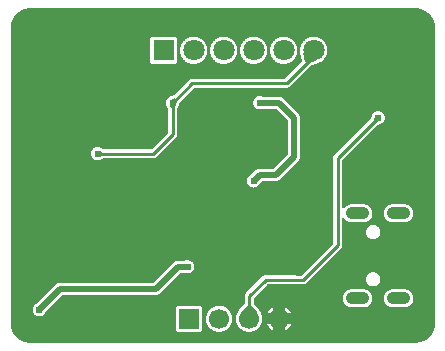
<source format=gbl>
G04 Layer: BottomLayer*
G04 EasyEDA v6.3.53, 2020-06-11T19:48:03+08:00*
G04 f0918c685c5a4818851a522c051890eb,45e1048b23574a55a66a4e5d38cdb7dd,10*
G04 Gerber Generator version 0.2*
G04 Scale: 100 percent, Rotated: No, Reflected: No *
G04 Dimensions in inches *
G04 leading zeros omitted , absolute positions ,2 integer and 4 decimal *
%FSLAX24Y24*%
%MOIN*%
G90*
G70D02*

%ADD10C,0.010000*%
%ADD11C,0.020000*%
%ADD14C,0.024000*%
%ADD23R,0.066929X0.066929*%
%ADD24C,0.066929*%
%ADD25R,0.070866X0.070866*%
%ADD26C,0.070866*%
%ADD27C,0.039370*%

%LPD*%
G36*
G01X13623Y11248D02*
G01X726Y11248D01*
G01X703Y11247D01*
G01X680Y11245D01*
G01X657Y11242D01*
G01X611Y11234D01*
G01X567Y11222D01*
G01X544Y11215D01*
G01X523Y11207D01*
G01X501Y11199D01*
G01X480Y11190D01*
G01X459Y11180D01*
G01X438Y11169D01*
G01X418Y11158D01*
G01X399Y11146D01*
G01X379Y11133D01*
G01X361Y11119D01*
G01X342Y11105D01*
G01X325Y11090D01*
G01X307Y11075D01*
G01X290Y11059D01*
G01X275Y11042D01*
G01X259Y11025D01*
G01X244Y11007D01*
G01X230Y10988D01*
G01X216Y10970D01*
G01X203Y10950D01*
G01X191Y10931D01*
G01X180Y10911D01*
G01X169Y10890D01*
G01X159Y10869D01*
G01X150Y10848D01*
G01X142Y10826D01*
G01X134Y10805D01*
G01X127Y10782D01*
G01X115Y10738D01*
G01X107Y10692D01*
G01X104Y10669D01*
G01X102Y10646D01*
G01X101Y10623D01*
G01X101Y726D01*
G01X102Y703D01*
G01X104Y680D01*
G01X107Y657D01*
G01X115Y611D01*
G01X127Y567D01*
G01X134Y544D01*
G01X142Y523D01*
G01X150Y501D01*
G01X159Y480D01*
G01X169Y459D01*
G01X180Y438D01*
G01X191Y418D01*
G01X203Y399D01*
G01X216Y379D01*
G01X230Y361D01*
G01X244Y342D01*
G01X259Y325D01*
G01X275Y307D01*
G01X290Y290D01*
G01X307Y275D01*
G01X325Y259D01*
G01X342Y244D01*
G01X361Y230D01*
G01X379Y216D01*
G01X399Y203D01*
G01X418Y191D01*
G01X438Y180D01*
G01X459Y169D01*
G01X480Y159D01*
G01X501Y150D01*
G01X523Y142D01*
G01X544Y134D01*
G01X567Y127D01*
G01X611Y115D01*
G01X657Y107D01*
G01X680Y104D01*
G01X703Y102D01*
G01X726Y101D01*
G01X13623Y101D01*
G01X13646Y102D01*
G01X13669Y104D01*
G01X13692Y107D01*
G01X13738Y115D01*
G01X13782Y127D01*
G01X13805Y134D01*
G01X13827Y142D01*
G01X13848Y150D01*
G01X13869Y159D01*
G01X13890Y169D01*
G01X13911Y180D01*
G01X13931Y191D01*
G01X13951Y203D01*
G01X13970Y216D01*
G01X13989Y230D01*
G01X14007Y244D01*
G01X14025Y259D01*
G01X14042Y275D01*
G01X14059Y290D01*
G01X14075Y307D01*
G01X14090Y325D01*
G01X14105Y342D01*
G01X14119Y361D01*
G01X14133Y379D01*
G01X14146Y399D01*
G01X14158Y418D01*
G01X14169Y438D01*
G01X14180Y459D01*
G01X14190Y480D01*
G01X14199Y501D01*
G01X14208Y523D01*
G01X14215Y544D01*
G01X14222Y567D01*
G01X14234Y611D01*
G01X14242Y657D01*
G01X14245Y680D01*
G01X14247Y703D01*
G01X14248Y726D01*
G01X14249Y750D01*
G01X14249Y10600D01*
G01X14247Y10646D01*
G01X14245Y10669D01*
G01X14242Y10692D01*
G01X14234Y10738D01*
G01X14222Y10782D01*
G01X14215Y10805D01*
G01X14208Y10826D01*
G01X14199Y10848D01*
G01X14190Y10869D01*
G01X14180Y10890D01*
G01X14169Y10911D01*
G01X14158Y10931D01*
G01X14146Y10950D01*
G01X14133Y10970D01*
G01X14119Y10988D01*
G01X14105Y11007D01*
G01X14090Y11025D01*
G01X14075Y11042D01*
G01X14059Y11059D01*
G01X14042Y11075D01*
G01X14025Y11090D01*
G01X14007Y11105D01*
G01X13989Y11119D01*
G01X13970Y11133D01*
G01X13951Y11146D01*
G01X13931Y11158D01*
G01X13911Y11169D01*
G01X13890Y11180D01*
G01X13869Y11190D01*
G01X13848Y11199D01*
G01X13827Y11207D01*
G01X13805Y11215D01*
G01X13782Y11222D01*
G01X13738Y11234D01*
G01X13692Y11242D01*
G01X13669Y11245D01*
G01X13646Y11247D01*
G01X13623Y11248D01*
G37*

%LPC*%
G36*
G01X7068Y1335D02*
G01X7031Y1335D01*
G01X7011Y1334D01*
G01X6993Y1332D01*
G01X6974Y1328D01*
G01X6955Y1325D01*
G01X6937Y1320D01*
G01X6918Y1315D01*
G01X6901Y1309D01*
G01X6883Y1302D01*
G01X6865Y1294D01*
G01X6848Y1286D01*
G01X6832Y1277D01*
G01X6815Y1267D01*
G01X6800Y1256D01*
G01X6784Y1245D01*
G01X6769Y1233D01*
G01X6755Y1221D01*
G01X6742Y1207D01*
G01X6728Y1194D01*
G01X6716Y1180D01*
G01X6704Y1165D01*
G01X6693Y1149D01*
G01X6682Y1134D01*
G01X6672Y1117D01*
G01X6663Y1101D01*
G01X6655Y1084D01*
G01X6647Y1066D01*
G01X6640Y1048D01*
G01X6634Y1030D01*
G01X6624Y994D01*
G01X6618Y956D01*
G01X6615Y938D01*
G01X6614Y919D01*
G01X6614Y880D01*
G01X6615Y861D01*
G01X6618Y843D01*
G01X6624Y805D01*
G01X6634Y769D01*
G01X6640Y751D01*
G01X6647Y733D01*
G01X6655Y715D01*
G01X6663Y698D01*
G01X6672Y682D01*
G01X6682Y665D01*
G01X6693Y650D01*
G01X6704Y634D01*
G01X6716Y619D01*
G01X6728Y605D01*
G01X6742Y592D01*
G01X6755Y578D01*
G01X6769Y566D01*
G01X6784Y554D01*
G01X6800Y543D01*
G01X6815Y532D01*
G01X6832Y522D01*
G01X6848Y513D01*
G01X6865Y505D01*
G01X6883Y497D01*
G01X6901Y490D01*
G01X6918Y484D01*
G01X6937Y479D01*
G01X6955Y474D01*
G01X6974Y471D01*
G01X6993Y467D01*
G01X7011Y465D01*
G01X7031Y464D01*
G01X7068Y464D01*
G01X7088Y465D01*
G01X7106Y467D01*
G01X7125Y471D01*
G01X7144Y474D01*
G01X7162Y479D01*
G01X7181Y484D01*
G01X7198Y490D01*
G01X7216Y497D01*
G01X7234Y505D01*
G01X7251Y513D01*
G01X7267Y522D01*
G01X7284Y532D01*
G01X7299Y543D01*
G01X7315Y554D01*
G01X7330Y566D01*
G01X7344Y578D01*
G01X7357Y592D01*
G01X7371Y605D01*
G01X7383Y619D01*
G01X7395Y634D01*
G01X7406Y650D01*
G01X7417Y665D01*
G01X7427Y682D01*
G01X7436Y698D01*
G01X7444Y715D01*
G01X7452Y733D01*
G01X7459Y751D01*
G01X7465Y769D01*
G01X7475Y805D01*
G01X7481Y843D01*
G01X7484Y861D01*
G01X7485Y880D01*
G01X7485Y919D01*
G01X7484Y938D01*
G01X7481Y956D01*
G01X7475Y994D01*
G01X7465Y1030D01*
G01X7459Y1048D01*
G01X7452Y1066D01*
G01X7444Y1084D01*
G01X7436Y1101D01*
G01X7427Y1117D01*
G01X7417Y1134D01*
G01X7406Y1149D01*
G01X7395Y1165D01*
G01X7383Y1180D01*
G01X7371Y1194D01*
G01X7357Y1207D01*
G01X7344Y1221D01*
G01X7330Y1233D01*
G01X7315Y1245D01*
G01X7299Y1256D01*
G01X7284Y1267D01*
G01X7267Y1277D01*
G01X7251Y1286D01*
G01X7234Y1294D01*
G01X7216Y1302D01*
G01X7198Y1309D01*
G01X7181Y1315D01*
G01X7162Y1320D01*
G01X7144Y1325D01*
G01X7125Y1328D01*
G01X7106Y1332D01*
G01X7088Y1334D01*
G01X7068Y1335D01*
G37*
G36*
G01X6393Y1335D02*
G01X5705Y1335D01*
G01X5696Y1334D01*
G01X5678Y1328D01*
G01X5670Y1325D01*
G01X5654Y1315D01*
G01X5647Y1309D01*
G01X5640Y1302D01*
G01X5634Y1295D01*
G01X5629Y1287D01*
G01X5621Y1271D01*
G01X5615Y1253D01*
G01X5614Y1244D01*
G01X5614Y555D01*
G01X5615Y546D01*
G01X5621Y528D01*
G01X5629Y512D01*
G01X5634Y504D01*
G01X5640Y497D01*
G01X5647Y490D01*
G01X5654Y484D01*
G01X5662Y479D01*
G01X5678Y471D01*
G01X5696Y465D01*
G01X5705Y464D01*
G01X6393Y464D01*
G01X6403Y465D01*
G01X6421Y471D01*
G01X6437Y479D01*
G01X6445Y484D01*
G01X6452Y490D01*
G01X6459Y497D01*
G01X6465Y504D01*
G01X6475Y520D01*
G01X6478Y528D01*
G01X6484Y546D01*
G01X6485Y555D01*
G01X6485Y1244D01*
G01X6484Y1253D01*
G01X6478Y1271D01*
G01X6475Y1279D01*
G01X6465Y1295D01*
G01X6459Y1302D01*
G01X6452Y1309D01*
G01X6445Y1315D01*
G01X6429Y1325D01*
G01X6421Y1328D01*
G01X6403Y1334D01*
G01X6393Y1335D01*
G37*
G36*
G01X12376Y7819D02*
G01X12350Y7821D01*
G01X12322Y7819D01*
G01X12309Y7817D01*
G01X12296Y7814D01*
G01X12282Y7810D01*
G01X12269Y7805D01*
G01X12257Y7800D01*
G01X12245Y7794D01*
G01X12233Y7787D01*
G01X12222Y7780D01*
G01X12211Y7771D01*
G01X12201Y7763D01*
G01X12181Y7743D01*
G01X12165Y7721D01*
G01X12158Y7710D01*
G01X12146Y7686D01*
G01X12141Y7673D01*
G01X12137Y7660D01*
G01X12134Y7646D01*
G01X12131Y7633D01*
G01X12129Y7626D01*
G01X12114Y7583D01*
G01X12112Y7578D01*
G01X12109Y7573D01*
G01X12105Y7568D01*
G01X10885Y6348D01*
G01X10877Y6338D01*
G01X10865Y6318D01*
G01X10860Y6307D01*
G01X10856Y6296D01*
G01X10853Y6285D01*
G01X10850Y6273D01*
G01X10849Y6261D01*
G01X10848Y6250D01*
G01X10848Y3422D01*
G01X10847Y3416D01*
G01X10844Y3411D01*
G01X10841Y3405D01*
G01X10837Y3400D01*
G01X9799Y2362D01*
G01X9794Y2358D01*
G01X9789Y2355D01*
G01X9777Y2351D01*
G01X8600Y2351D01*
G01X8576Y2349D01*
G01X8564Y2346D01*
G01X8553Y2343D01*
G01X8542Y2339D01*
G01X8531Y2334D01*
G01X8511Y2322D01*
G01X8493Y2306D01*
G01X7935Y1748D01*
G01X7927Y1738D01*
G01X7915Y1718D01*
G01X7910Y1707D01*
G01X7906Y1696D01*
G01X7903Y1685D01*
G01X7900Y1673D01*
G01X7899Y1661D01*
G01X7898Y1650D01*
G01X7898Y1402D01*
G01X7897Y1396D01*
G01X7895Y1391D01*
G01X7889Y1381D01*
G01X7722Y1187D01*
G01X7710Y1172D01*
G01X7697Y1156D01*
G01X7686Y1140D01*
G01X7676Y1124D01*
G01X7666Y1107D01*
G01X7657Y1089D01*
G01X7649Y1071D01*
G01X7642Y1053D01*
G01X7635Y1034D01*
G01X7630Y1016D01*
G01X7625Y997D01*
G01X7621Y978D01*
G01X7618Y958D01*
G01X7616Y939D01*
G01X7614Y919D01*
G01X7614Y880D01*
G01X7615Y861D01*
G01X7618Y843D01*
G01X7624Y805D01*
G01X7634Y769D01*
G01X7640Y751D01*
G01X7647Y733D01*
G01X7655Y715D01*
G01X7663Y698D01*
G01X7672Y682D01*
G01X7682Y665D01*
G01X7693Y650D01*
G01X7704Y634D01*
G01X7716Y619D01*
G01X7728Y605D01*
G01X7742Y592D01*
G01X7755Y578D01*
G01X7769Y566D01*
G01X7784Y554D01*
G01X7800Y543D01*
G01X7815Y532D01*
G01X7832Y522D01*
G01X7848Y513D01*
G01X7865Y505D01*
G01X7883Y497D01*
G01X7901Y490D01*
G01X7918Y484D01*
G01X7937Y479D01*
G01X7955Y474D01*
G01X7974Y471D01*
G01X7993Y467D01*
G01X8011Y465D01*
G01X8031Y464D01*
G01X8068Y464D01*
G01X8088Y465D01*
G01X8106Y467D01*
G01X8125Y471D01*
G01X8144Y474D01*
G01X8162Y479D01*
G01X8181Y484D01*
G01X8198Y490D01*
G01X8216Y497D01*
G01X8234Y505D01*
G01X8251Y513D01*
G01X8267Y522D01*
G01X8284Y532D01*
G01X8299Y543D01*
G01X8315Y554D01*
G01X8330Y566D01*
G01X8344Y578D01*
G01X8357Y592D01*
G01X8371Y605D01*
G01X8383Y619D01*
G01X8395Y634D01*
G01X8406Y650D01*
G01X8417Y665D01*
G01X8427Y682D01*
G01X8436Y698D01*
G01X8444Y715D01*
G01X8452Y733D01*
G01X8459Y751D01*
G01X8465Y769D01*
G01X8475Y805D01*
G01X8481Y843D01*
G01X8484Y861D01*
G01X8485Y880D01*
G01X8485Y919D01*
G01X8483Y939D01*
G01X8481Y958D01*
G01X8478Y978D01*
G01X8474Y997D01*
G01X8469Y1016D01*
G01X8464Y1034D01*
G01X8457Y1053D01*
G01X8450Y1071D01*
G01X8442Y1089D01*
G01X8433Y1107D01*
G01X8423Y1124D01*
G01X8413Y1140D01*
G01X8402Y1156D01*
G01X8389Y1172D01*
G01X8377Y1187D01*
G01X8210Y1381D01*
G01X8204Y1391D01*
G01X8202Y1396D01*
G01X8201Y1402D01*
G01X8201Y1577D01*
G01X8202Y1583D01*
G01X8205Y1588D01*
G01X8208Y1594D01*
G01X8212Y1599D01*
G01X8650Y2037D01*
G01X8655Y2041D01*
G01X8660Y2044D01*
G01X8672Y2048D01*
G01X9850Y2048D01*
G01X9861Y2049D01*
G01X9873Y2050D01*
G01X9885Y2053D01*
G01X9896Y2056D01*
G01X9907Y2060D01*
G01X9918Y2065D01*
G01X9938Y2077D01*
G01X9956Y2093D01*
G01X11114Y3251D01*
G01X11122Y3261D01*
G01X11134Y3281D01*
G01X11139Y3292D01*
G01X11143Y3303D01*
G01X11146Y3314D01*
G01X11149Y3326D01*
G01X11151Y3350D01*
G01X11151Y4232D01*
G01X11152Y4238D01*
G01X11154Y4243D01*
G01X11160Y4253D01*
G01X11164Y4257D01*
G01X11174Y4263D01*
G01X11179Y4265D01*
G01X11185Y4266D01*
G01X11190Y4267D01*
G01X11197Y4266D01*
G01X11203Y4265D01*
G01X11215Y4259D01*
G01X11223Y4249D01*
G01X11243Y4223D01*
G01X11254Y4211D01*
G01X11265Y4200D01*
G01X11277Y4189D01*
G01X11290Y4179D01*
G01X11303Y4170D01*
G01X11317Y4161D01*
G01X11331Y4153D01*
G01X11345Y4146D01*
G01X11375Y4134D01*
G01X11390Y4130D01*
G01X11406Y4126D01*
G01X11438Y4120D01*
G01X11454Y4119D01*
G01X11879Y4119D01*
G01X11894Y4120D01*
G01X11910Y4122D01*
G01X11925Y4125D01*
G01X11955Y4133D01*
G01X11970Y4138D01*
G01X11984Y4144D01*
G01X11998Y4151D01*
G01X12012Y4159D01*
G01X12025Y4167D01*
G01X12051Y4185D01*
G01X12062Y4195D01*
G01X12074Y4206D01*
G01X12085Y4217D01*
G01X12094Y4229D01*
G01X12104Y4242D01*
G01X12113Y4254D01*
G01X12121Y4267D01*
G01X12135Y4295D01*
G01X12141Y4310D01*
G01X12151Y4340D01*
G01X12155Y4355D01*
G01X12159Y4385D01*
G01X12161Y4417D01*
G01X12160Y4432D01*
G01X12159Y4448D01*
G01X12155Y4478D01*
G01X12151Y4494D01*
G01X12146Y4509D01*
G01X12141Y4523D01*
G01X12135Y4538D01*
G01X12128Y4552D01*
G01X12121Y4565D01*
G01X12113Y4579D01*
G01X12104Y4592D01*
G01X12094Y4604D01*
G01X12085Y4616D01*
G01X12074Y4627D01*
G01X12062Y4638D01*
G01X12051Y4648D01*
G01X12012Y4675D01*
G01X11998Y4682D01*
G01X11970Y4694D01*
G01X11955Y4700D01*
G01X11925Y4708D01*
G01X11910Y4711D01*
G01X11894Y4713D01*
G01X11879Y4714D01*
G01X11454Y4714D01*
G01X11438Y4713D01*
G01X11422Y4711D01*
G01X11390Y4703D01*
G01X11375Y4699D01*
G01X11345Y4687D01*
G01X11331Y4680D01*
G01X11317Y4672D01*
G01X11303Y4663D01*
G01X11290Y4654D01*
G01X11277Y4644D01*
G01X11265Y4633D01*
G01X11243Y4609D01*
G01X11233Y4597D01*
G01X11223Y4584D01*
G01X11219Y4579D01*
G01X11215Y4575D01*
G01X11209Y4571D01*
G01X11197Y4567D01*
G01X11185Y4567D01*
G01X11179Y4568D01*
G01X11174Y4570D01*
G01X11164Y4576D01*
G01X11160Y4580D01*
G01X11154Y4590D01*
G01X11152Y4595D01*
G01X11151Y4601D01*
G01X11151Y6177D01*
G01X11152Y6183D01*
G01X11155Y6188D01*
G01X11158Y6194D01*
G01X11162Y6199D01*
G01X12318Y7355D01*
G01X12323Y7359D01*
G01X12328Y7362D01*
G01X12333Y7364D01*
G01X12376Y7379D01*
G01X12383Y7381D01*
G01X12397Y7384D01*
G01X12410Y7387D01*
G01X12423Y7391D01*
G01X12435Y7396D01*
G01X12448Y7401D01*
G01X12460Y7408D01*
G01X12471Y7415D01*
G01X12482Y7423D01*
G01X12493Y7432D01*
G01X12503Y7441D01*
G01X12513Y7451D01*
G01X12522Y7461D01*
G01X12530Y7472D01*
G01X12537Y7483D01*
G01X12544Y7495D01*
G01X12556Y7519D01*
G01X12560Y7532D01*
G01X12564Y7546D01*
G01X12567Y7559D01*
G01X12569Y7572D01*
G01X12571Y7600D01*
G01X12569Y7626D01*
G01X12567Y7639D01*
G01X12564Y7652D01*
G01X12556Y7678D01*
G01X12551Y7690D01*
G01X12539Y7714D01*
G01X12523Y7736D01*
G01X12515Y7746D01*
G01X12506Y7756D01*
G01X12496Y7765D01*
G01X12486Y7773D01*
G01X12464Y7789D01*
G01X12440Y7801D01*
G01X12428Y7806D01*
G01X12415Y7811D01*
G01X12389Y7817D01*
G01X12376Y7819D01*
G37*
G36*
G01X9440Y707D02*
G01X9242Y707D01*
G01X9242Y509D01*
G01X9259Y517D01*
G01X9291Y537D01*
G01X9307Y548D01*
G01X9337Y572D01*
G01X9351Y585D01*
G01X9364Y598D01*
G01X9377Y612D01*
G01X9401Y642D01*
G01X9412Y658D01*
G01X9432Y690D01*
G01X9440Y707D01*
G37*
G36*
G01X8857Y707D02*
G01X8659Y707D01*
G01X8667Y690D01*
G01X8687Y658D01*
G01X8698Y642D01*
G01X8722Y612D01*
G01X8735Y598D01*
G01X8748Y585D01*
G01X8762Y572D01*
G01X8792Y548D01*
G01X8808Y537D01*
G01X8840Y517D01*
G01X8857Y509D01*
G01X8857Y707D01*
G37*
G36*
G01X6026Y2849D02*
G01X6000Y2851D01*
G01X5985Y2850D01*
G01X5971Y2848D01*
G01X5956Y2846D01*
G01X5942Y2843D01*
G01X5928Y2839D01*
G01X5915Y2834D01*
G01X5907Y2831D01*
G01X5899Y2830D01*
G01X5666Y2830D01*
G01X5653Y2829D01*
G01X5640Y2827D01*
G01X5628Y2824D01*
G01X5615Y2820D01*
G01X5591Y2810D01*
G01X5579Y2803D01*
G01X5568Y2797D01*
G01X5557Y2789D01*
G01X5547Y2781D01*
G01X5537Y2772D01*
G01X4878Y2112D01*
G01X4873Y2108D01*
G01X4868Y2105D01*
G01X4856Y2101D01*
G01X1756Y2101D01*
G01X1730Y2099D01*
G01X1717Y2097D01*
G01X1704Y2094D01*
G01X1691Y2090D01*
G01X1667Y2080D01*
G01X1655Y2073D01*
G01X1644Y2067D01*
G01X1634Y2059D01*
G01X1623Y2051D01*
G01X1614Y2042D01*
G01X984Y1413D01*
G01X978Y1407D01*
G01X971Y1404D01*
G01X947Y1392D01*
G01X935Y1385D01*
G01X924Y1377D01*
G01X913Y1368D01*
G01X903Y1359D01*
G01X893Y1349D01*
G01X884Y1339D01*
G01X876Y1328D01*
G01X869Y1317D01*
G01X861Y1305D01*
G01X855Y1292D01*
G01X850Y1280D01*
G01X845Y1267D01*
G01X842Y1254D01*
G01X839Y1240D01*
G01X836Y1227D01*
G01X835Y1213D01*
G01X835Y1186D01*
G01X836Y1173D01*
G01X838Y1160D01*
G01X841Y1147D01*
G01X849Y1121D01*
G01X854Y1109D01*
G01X860Y1097D01*
G01X867Y1085D01*
G01X874Y1074D01*
G01X882Y1063D01*
G01X890Y1053D01*
G01X909Y1034D01*
G01X919Y1026D01*
G01X930Y1018D01*
G01X942Y1010D01*
G01X953Y1004D01*
G01X965Y998D01*
G01X978Y993D01*
G01X990Y988D01*
G01X1016Y982D01*
G01X1029Y980D01*
G01X1042Y979D01*
G01X1056Y978D01*
G01X1069Y979D01*
G01X1083Y980D01*
G01X1097Y982D01*
G01X1110Y985D01*
G01X1123Y989D01*
G01X1149Y999D01*
G01X1161Y1005D01*
G01X1173Y1012D01*
G01X1195Y1028D01*
G01X1206Y1037D01*
G01X1215Y1047D01*
G01X1225Y1057D01*
G01X1233Y1067D01*
G01X1241Y1079D01*
G01X1248Y1090D01*
G01X1255Y1103D01*
G01X1260Y1115D01*
G01X1264Y1122D01*
G01X1269Y1128D01*
G01X1827Y1687D01*
G01X1832Y1691D01*
G01X1838Y1694D01*
G01X1843Y1696D01*
G01X1849Y1698D01*
G01X4950Y1698D01*
G01X4976Y1700D01*
G01X4989Y1702D01*
G01X5001Y1705D01*
G01X5014Y1709D01*
G01X5038Y1719D01*
G01X5050Y1726D01*
G01X5061Y1732D01*
G01X5072Y1740D01*
G01X5082Y1748D01*
G01X5092Y1757D01*
G01X5751Y2417D01*
G01X5756Y2421D01*
G01X5761Y2424D01*
G01X5773Y2428D01*
G01X5907Y2428D01*
G01X5915Y2426D01*
G01X5928Y2420D01*
G01X5942Y2416D01*
G01X5956Y2413D01*
G01X5971Y2411D01*
G01X5985Y2409D01*
G01X6013Y2409D01*
G01X6026Y2410D01*
G01X6039Y2412D01*
G01X6052Y2415D01*
G01X6078Y2423D01*
G01X6090Y2428D01*
G01X6114Y2440D01*
G01X6125Y2448D01*
G01X6136Y2455D01*
G01X6156Y2473D01*
G01X6165Y2483D01*
G01X6173Y2493D01*
G01X6189Y2515D01*
G01X6201Y2539D01*
G01X6206Y2551D01*
G01X6214Y2577D01*
G01X6217Y2590D01*
G01X6219Y2603D01*
G01X6220Y2616D01*
G01X6221Y2630D01*
G01X6219Y2656D01*
G01X6217Y2669D01*
G01X6214Y2682D01*
G01X6206Y2708D01*
G01X6201Y2720D01*
G01X6189Y2744D01*
G01X6173Y2766D01*
G01X6165Y2776D01*
G01X6156Y2786D01*
G01X6146Y2795D01*
G01X6136Y2803D01*
G01X6114Y2819D01*
G01X6090Y2831D01*
G01X6078Y2836D01*
G01X6052Y2844D01*
G01X6039Y2847D01*
G01X6026Y2849D01*
G37*
G36*
G01X9259Y1282D02*
G01X9242Y1290D01*
G01X9242Y1092D01*
G01X9440Y1092D01*
G01X9432Y1109D01*
G01X9412Y1141D01*
G01X9401Y1157D01*
G01X9377Y1187D01*
G01X9364Y1201D01*
G01X9351Y1214D01*
G01X9337Y1227D01*
G01X9307Y1251D01*
G01X9291Y1262D01*
G01X9259Y1282D01*
G37*
G36*
G01X8857Y1092D02*
G01X8857Y1290D01*
G01X8840Y1282D01*
G01X8808Y1262D01*
G01X8792Y1251D01*
G01X8762Y1227D01*
G01X8748Y1214D01*
G01X8735Y1201D01*
G01X8722Y1187D01*
G01X8698Y1157D01*
G01X8687Y1141D01*
G01X8667Y1109D01*
G01X8659Y1092D01*
G01X8857Y1092D01*
G37*
G36*
G01X13244Y1880D02*
G01X12820Y1880D01*
G01X12805Y1878D01*
G01X12789Y1876D01*
G01X12759Y1870D01*
G01X12729Y1860D01*
G01X12714Y1854D01*
G01X12701Y1848D01*
G01X12673Y1832D01*
G01X12660Y1823D01*
G01X12648Y1814D01*
G01X12636Y1803D01*
G01X12625Y1793D01*
G01X12614Y1782D01*
G01X12604Y1769D01*
G01X12595Y1757D01*
G01X12586Y1744D01*
G01X12578Y1731D01*
G01X12570Y1717D01*
G01X12564Y1703D01*
G01X12557Y1689D01*
G01X12552Y1674D01*
G01X12544Y1644D01*
G01X12542Y1629D01*
G01X12539Y1613D01*
G01X12538Y1598D01*
G01X12538Y1567D01*
G01X12539Y1551D01*
G01X12542Y1536D01*
G01X12544Y1520D01*
G01X12552Y1490D01*
G01X12557Y1476D01*
G01X12564Y1461D01*
G01X12570Y1447D01*
G01X12578Y1433D01*
G01X12586Y1420D01*
G01X12595Y1407D01*
G01X12604Y1395D01*
G01X12614Y1383D01*
G01X12625Y1371D01*
G01X12636Y1361D01*
G01X12660Y1341D01*
G01X12673Y1332D01*
G01X12687Y1324D01*
G01X12701Y1317D01*
G01X12714Y1310D01*
G01X12729Y1304D01*
G01X12759Y1294D01*
G01X12789Y1288D01*
G01X12805Y1286D01*
G01X12820Y1285D01*
G01X12836Y1284D01*
G01X13229Y1284D01*
G01X13244Y1285D01*
G01X13260Y1286D01*
G01X13276Y1288D01*
G01X13306Y1294D01*
G01X13321Y1299D01*
G01X13335Y1304D01*
G01X13350Y1310D01*
G01X13378Y1324D01*
G01X13391Y1332D01*
G01X13404Y1341D01*
G01X13428Y1361D01*
G01X13439Y1371D01*
G01X13450Y1383D01*
G01X13470Y1407D01*
G01X13479Y1420D01*
G01X13487Y1433D01*
G01X13501Y1461D01*
G01X13507Y1476D01*
G01X13512Y1490D01*
G01X13517Y1505D01*
G01X13520Y1520D01*
G01X13523Y1536D01*
G01X13525Y1551D01*
G01X13526Y1567D01*
G01X13527Y1582D01*
G01X13526Y1598D01*
G01X13525Y1613D01*
G01X13523Y1629D01*
G01X13517Y1659D01*
G01X13507Y1689D01*
G01X13501Y1703D01*
G01X13487Y1731D01*
G01X13479Y1744D01*
G01X13470Y1757D01*
G01X13460Y1769D01*
G01X13450Y1782D01*
G01X13439Y1793D01*
G01X13428Y1803D01*
G01X13416Y1814D01*
G01X13404Y1823D01*
G01X13391Y1832D01*
G01X13378Y1840D01*
G01X13364Y1848D01*
G01X13350Y1854D01*
G01X13335Y1860D01*
G01X13321Y1865D01*
G01X13306Y1870D01*
G01X13276Y1876D01*
G01X13244Y1880D01*
G37*
G36*
G01X11879Y1880D02*
G01X11454Y1880D01*
G01X11439Y1879D01*
G01X11423Y1877D01*
G01X11408Y1874D01*
G01X11378Y1866D01*
G01X11363Y1861D01*
G01X11349Y1855D01*
G01X11335Y1848D01*
G01X11321Y1840D01*
G01X11308Y1832D01*
G01X11282Y1814D01*
G01X11271Y1804D01*
G01X11259Y1793D01*
G01X11248Y1782D01*
G01X11239Y1770D01*
G01X11229Y1757D01*
G01X11220Y1745D01*
G01X11212Y1732D01*
G01X11198Y1704D01*
G01X11192Y1689D01*
G01X11187Y1675D01*
G01X11182Y1659D01*
G01X11178Y1644D01*
G01X11174Y1614D01*
G01X11172Y1598D01*
G01X11172Y1567D01*
G01X11174Y1551D01*
G01X11178Y1521D01*
G01X11182Y1505D01*
G01X11187Y1490D01*
G01X11192Y1476D01*
G01X11198Y1461D01*
G01X11205Y1447D01*
G01X11212Y1434D01*
G01X11220Y1420D01*
G01X11229Y1407D01*
G01X11239Y1395D01*
G01X11248Y1383D01*
G01X11259Y1372D01*
G01X11271Y1361D01*
G01X11282Y1351D01*
G01X11308Y1333D01*
G01X11321Y1325D01*
G01X11335Y1317D01*
G01X11363Y1305D01*
G01X11378Y1299D01*
G01X11408Y1291D01*
G01X11423Y1288D01*
G01X11439Y1286D01*
G01X11454Y1285D01*
G01X11879Y1285D01*
G01X11894Y1286D01*
G01X11910Y1288D01*
G01X11925Y1291D01*
G01X11955Y1299D01*
G01X11970Y1305D01*
G01X11998Y1317D01*
G01X12012Y1325D01*
G01X12025Y1333D01*
G01X12051Y1351D01*
G01X12062Y1361D01*
G01X12074Y1372D01*
G01X12085Y1383D01*
G01X12094Y1395D01*
G01X12104Y1407D01*
G01X12113Y1420D01*
G01X12121Y1434D01*
G01X12128Y1447D01*
G01X12135Y1461D01*
G01X12141Y1476D01*
G01X12146Y1490D01*
G01X12151Y1505D01*
G01X12155Y1521D01*
G01X12159Y1551D01*
G01X12160Y1567D01*
G01X12161Y1582D01*
G01X12159Y1614D01*
G01X12155Y1644D01*
G01X12151Y1659D01*
G01X12146Y1675D01*
G01X12141Y1689D01*
G01X12135Y1704D01*
G01X12121Y1732D01*
G01X12113Y1745D01*
G01X12104Y1757D01*
G01X12094Y1770D01*
G01X12085Y1782D01*
G01X12074Y1793D01*
G01X12062Y1804D01*
G01X12051Y1814D01*
G01X12025Y1832D01*
G01X12012Y1840D01*
G01X11998Y1848D01*
G01X11984Y1855D01*
G01X11970Y1861D01*
G01X11955Y1866D01*
G01X11925Y1874D01*
G01X11910Y1877D01*
G01X11894Y1879D01*
G01X11879Y1880D01*
G37*
G36*
G01X12200Y2451D02*
G01X12172Y2451D01*
G01X12158Y2449D01*
G01X12145Y2447D01*
G01X12131Y2444D01*
G01X12118Y2441D01*
G01X12079Y2426D01*
G01X12055Y2412D01*
G01X12043Y2404D01*
G01X12033Y2395D01*
G01X12022Y2386D01*
G01X12013Y2376D01*
G01X12003Y2365D01*
G01X11994Y2355D01*
G01X11986Y2343D01*
G01X11979Y2332D01*
G01X11973Y2319D01*
G01X11967Y2307D01*
G01X11962Y2294D01*
G01X11957Y2280D01*
G01X11954Y2267D01*
G01X11951Y2253D01*
G01X11949Y2240D01*
G01X11947Y2212D01*
G01X11949Y2184D01*
G01X11951Y2171D01*
G01X11954Y2157D01*
G01X11957Y2144D01*
G01X11962Y2130D01*
G01X11967Y2117D01*
G01X11979Y2093D01*
G01X11986Y2081D01*
G01X11994Y2069D01*
G01X12003Y2059D01*
G01X12013Y2048D01*
G01X12022Y2038D01*
G01X12033Y2029D01*
G01X12043Y2021D01*
G01X12067Y2005D01*
G01X12079Y1999D01*
G01X12092Y1993D01*
G01X12118Y1983D01*
G01X12131Y1980D01*
G01X12145Y1977D01*
G01X12158Y1975D01*
G01X12186Y1973D01*
G01X12214Y1975D01*
G01X12227Y1977D01*
G01X12255Y1983D01*
G01X12281Y1993D01*
G01X12293Y1999D01*
G01X12306Y2005D01*
G01X12317Y2013D01*
G01X12329Y2021D01*
G01X12339Y2029D01*
G01X12350Y2038D01*
G01X12360Y2048D01*
G01X12369Y2059D01*
G01X12378Y2069D01*
G01X12386Y2081D01*
G01X12400Y2105D01*
G01X12405Y2117D01*
G01X12410Y2130D01*
G01X12415Y2144D01*
G01X12418Y2157D01*
G01X12421Y2171D01*
G01X12423Y2184D01*
G01X12425Y2198D01*
G01X12425Y2226D01*
G01X12423Y2240D01*
G01X12421Y2253D01*
G01X12418Y2267D01*
G01X12415Y2280D01*
G01X12410Y2294D01*
G01X12405Y2307D01*
G01X12400Y2319D01*
G01X12393Y2332D01*
G01X12386Y2343D01*
G01X12378Y2355D01*
G01X12369Y2365D01*
G01X12360Y2376D01*
G01X12350Y2386D01*
G01X12339Y2395D01*
G01X12329Y2404D01*
G01X12317Y2412D01*
G01X12306Y2419D01*
G01X12293Y2426D01*
G01X12281Y2431D01*
G01X12255Y2441D01*
G01X12227Y2447D01*
G01X12214Y2449D01*
G01X12200Y2451D01*
G37*
G36*
G01X12214Y4024D02*
G01X12186Y4026D01*
G01X12158Y4024D01*
G01X12145Y4022D01*
G01X12131Y4019D01*
G01X12118Y4016D01*
G01X12092Y4006D01*
G01X12079Y4000D01*
G01X12067Y3994D01*
G01X12043Y3978D01*
G01X12033Y3970D01*
G01X12022Y3961D01*
G01X12013Y3951D01*
G01X12003Y3940D01*
G01X11994Y3930D01*
G01X11986Y3918D01*
G01X11979Y3906D01*
G01X11967Y3882D01*
G01X11962Y3869D01*
G01X11957Y3855D01*
G01X11954Y3842D01*
G01X11951Y3828D01*
G01X11949Y3815D01*
G01X11947Y3787D01*
G01X11949Y3759D01*
G01X11951Y3746D01*
G01X11954Y3732D01*
G01X11957Y3719D01*
G01X11962Y3705D01*
G01X11967Y3692D01*
G01X11973Y3680D01*
G01X11979Y3667D01*
G01X11986Y3656D01*
G01X11994Y3644D01*
G01X12003Y3634D01*
G01X12013Y3623D01*
G01X12022Y3613D01*
G01X12033Y3604D01*
G01X12043Y3595D01*
G01X12055Y3587D01*
G01X12079Y3573D01*
G01X12118Y3558D01*
G01X12131Y3555D01*
G01X12145Y3552D01*
G01X12158Y3550D01*
G01X12172Y3548D01*
G01X12200Y3548D01*
G01X12214Y3550D01*
G01X12227Y3552D01*
G01X12255Y3558D01*
G01X12281Y3568D01*
G01X12293Y3573D01*
G01X12306Y3580D01*
G01X12317Y3587D01*
G01X12329Y3595D01*
G01X12339Y3604D01*
G01X12350Y3613D01*
G01X12360Y3623D01*
G01X12369Y3634D01*
G01X12378Y3644D01*
G01X12386Y3656D01*
G01X12393Y3667D01*
G01X12400Y3680D01*
G01X12405Y3692D01*
G01X12410Y3705D01*
G01X12415Y3719D01*
G01X12418Y3732D01*
G01X12421Y3746D01*
G01X12423Y3759D01*
G01X12425Y3773D01*
G01X12425Y3801D01*
G01X12423Y3815D01*
G01X12421Y3828D01*
G01X12418Y3842D01*
G01X12415Y3855D01*
G01X12410Y3869D01*
G01X12405Y3882D01*
G01X12400Y3894D01*
G01X12386Y3918D01*
G01X12378Y3930D01*
G01X12369Y3940D01*
G01X12360Y3951D01*
G01X12350Y3961D01*
G01X12339Y3970D01*
G01X12329Y3978D01*
G01X12317Y3986D01*
G01X12306Y3994D01*
G01X12293Y4000D01*
G01X12281Y4006D01*
G01X12255Y4016D01*
G01X12227Y4022D01*
G01X12214Y4024D01*
G37*
G36*
G01X13229Y4715D02*
G01X12836Y4715D01*
G01X12821Y4714D01*
G01X12805Y4713D01*
G01X12790Y4711D01*
G01X12774Y4708D01*
G01X12759Y4705D01*
G01X12744Y4700D01*
G01X12730Y4695D01*
G01X12715Y4689D01*
G01X12687Y4675D01*
G01X12674Y4667D01*
G01X12661Y4658D01*
G01X12637Y4638D01*
G01X12626Y4628D01*
G01X12615Y4616D01*
G01X12595Y4592D01*
G01X12586Y4579D01*
G01X12578Y4566D01*
G01X12564Y4538D01*
G01X12558Y4523D01*
G01X12553Y4509D01*
G01X12548Y4494D01*
G01X12545Y4479D01*
G01X12542Y4463D01*
G01X12540Y4448D01*
G01X12539Y4432D01*
G01X12538Y4417D01*
G01X12539Y4401D01*
G01X12540Y4386D01*
G01X12542Y4370D01*
G01X12548Y4340D01*
G01X12558Y4310D01*
G01X12564Y4296D01*
G01X12578Y4268D01*
G01X12586Y4255D01*
G01X12595Y4242D01*
G01X12605Y4229D01*
G01X12615Y4217D01*
G01X12626Y4206D01*
G01X12637Y4196D01*
G01X12649Y4185D01*
G01X12661Y4176D01*
G01X12674Y4167D01*
G01X12687Y4159D01*
G01X12701Y4151D01*
G01X12715Y4145D01*
G01X12730Y4139D01*
G01X12744Y4134D01*
G01X12759Y4129D01*
G01X12774Y4126D01*
G01X12790Y4123D01*
G01X12805Y4121D01*
G01X12821Y4119D01*
G01X13245Y4119D01*
G01X13260Y4121D01*
G01X13276Y4123D01*
G01X13306Y4129D01*
G01X13322Y4134D01*
G01X13336Y4139D01*
G01X13351Y4145D01*
G01X13365Y4151D01*
G01X13378Y4159D01*
G01X13392Y4167D01*
G01X13405Y4176D01*
G01X13417Y4185D01*
G01X13429Y4196D01*
G01X13440Y4206D01*
G01X13451Y4217D01*
G01X13461Y4229D01*
G01X13479Y4255D01*
G01X13487Y4268D01*
G01X13495Y4282D01*
G01X13502Y4296D01*
G01X13507Y4310D01*
G01X13513Y4325D01*
G01X13521Y4355D01*
G01X13523Y4370D01*
G01X13526Y4386D01*
G01X13527Y4401D01*
G01X13527Y4432D01*
G01X13526Y4448D01*
G01X13523Y4463D01*
G01X13521Y4479D01*
G01X13513Y4509D01*
G01X13507Y4523D01*
G01X13502Y4538D01*
G01X13495Y4552D01*
G01X13487Y4566D01*
G01X13479Y4579D01*
G01X13470Y4592D01*
G01X13461Y4604D01*
G01X13451Y4616D01*
G01X13440Y4628D01*
G01X13429Y4638D01*
G01X13405Y4658D01*
G01X13392Y4667D01*
G01X13378Y4675D01*
G01X13365Y4682D01*
G01X13351Y4689D01*
G01X13336Y4695D01*
G01X13322Y4700D01*
G01X13306Y4705D01*
G01X13276Y4711D01*
G01X13260Y4713D01*
G01X13245Y4714D01*
G01X13229Y4715D01*
G37*
G36*
G01X8421Y8320D02*
G01X8406Y8321D01*
G01X8380Y8319D01*
G01X8366Y8317D01*
G01X8340Y8311D01*
G01X8328Y8306D01*
G01X8315Y8301D01*
G01X8303Y8295D01*
G01X8292Y8289D01*
G01X8270Y8273D01*
G01X8260Y8265D01*
G01X8250Y8256D01*
G01X8232Y8236D01*
G01X8224Y8225D01*
G01X8217Y8214D01*
G01X8210Y8202D01*
G01X8200Y8178D01*
G01X8195Y8165D01*
G01X8189Y8139D01*
G01X8187Y8126D01*
G01X8185Y8100D01*
G01X8186Y8086D01*
G01X8187Y8073D01*
G01X8189Y8060D01*
G01X8195Y8034D01*
G01X8200Y8021D01*
G01X8210Y7997D01*
G01X8217Y7985D01*
G01X8224Y7974D01*
G01X8232Y7963D01*
G01X8250Y7943D01*
G01X8260Y7934D01*
G01X8270Y7926D01*
G01X8292Y7910D01*
G01X8303Y7904D01*
G01X8315Y7898D01*
G01X8328Y7893D01*
G01X8340Y7888D01*
G01X8366Y7882D01*
G01X8380Y7880D01*
G01X8406Y7878D01*
G01X8421Y7879D01*
G01X8435Y7880D01*
G01X8450Y7883D01*
G01X8464Y7886D01*
G01X8477Y7890D01*
G01X8491Y7896D01*
G01X8498Y7898D01*
G01X8956Y7898D01*
G01X8968Y7894D01*
G01X8973Y7891D01*
G01X8978Y7887D01*
G01X9337Y7528D01*
G01X9341Y7523D01*
G01X9344Y7518D01*
G01X9347Y7512D01*
G01X9348Y7506D01*
G01X9348Y6393D01*
G01X9347Y6387D01*
G01X9344Y6381D01*
G01X9341Y6376D01*
G01X9337Y6371D01*
G01X8878Y5912D01*
G01X8873Y5908D01*
G01X8868Y5905D01*
G01X8856Y5901D01*
G01X8406Y5901D01*
G01X8392Y5900D01*
G01X8379Y5899D01*
G01X8366Y5897D01*
G01X8353Y5894D01*
G01X8341Y5890D01*
G01X8328Y5885D01*
G01X8317Y5880D01*
G01X8305Y5873D01*
G01X8294Y5867D01*
G01X8283Y5859D01*
G01X8273Y5851D01*
G01X8263Y5842D01*
G01X8128Y5706D01*
G01X8122Y5701D01*
G01X8115Y5697D01*
G01X8102Y5692D01*
G01X8078Y5678D01*
G01X8056Y5662D01*
G01X8037Y5643D01*
G01X8019Y5621D01*
G01X8012Y5610D01*
G01X8005Y5598D01*
G01X7999Y5586D01*
G01X7993Y5573D01*
G01X7989Y5561D01*
G01X7985Y5548D01*
G01X7982Y5534D01*
G01X7980Y5521D01*
G01X7978Y5493D01*
G01X7980Y5467D01*
G01X7982Y5453D01*
G01X7985Y5440D01*
G01X7989Y5428D01*
G01X7993Y5415D01*
G01X7998Y5403D01*
G01X8004Y5390D01*
G01X8010Y5379D01*
G01X8026Y5357D01*
G01X8034Y5347D01*
G01X8043Y5337D01*
G01X8063Y5319D01*
G01X8074Y5311D01*
G01X8085Y5304D01*
G01X8121Y5286D01*
G01X8134Y5282D01*
G01X8160Y5276D01*
G01X8173Y5274D01*
G01X8186Y5273D01*
G01X8200Y5272D01*
G01X8213Y5273D01*
G01X8227Y5274D01*
G01X8240Y5276D01*
G01X8254Y5279D01*
G01X8267Y5283D01*
G01X8293Y5293D01*
G01X8305Y5299D01*
G01X8317Y5306D01*
G01X8328Y5313D01*
G01X8350Y5331D01*
G01X8359Y5340D01*
G01X8368Y5351D01*
G01X8377Y5361D01*
G01X8385Y5373D01*
G01X8392Y5385D01*
G01X8404Y5409D01*
G01X8408Y5416D01*
G01X8413Y5423D01*
G01X8452Y5461D01*
G01X8453Y5463D01*
G01X8461Y5471D01*
G01X8463Y5472D01*
G01X8477Y5487D01*
G01X8482Y5491D01*
G01X8487Y5494D01*
G01X8499Y5498D01*
G01X8950Y5498D01*
G01X8976Y5500D01*
G01X8989Y5502D01*
G01X9002Y5505D01*
G01X9014Y5509D01*
G01X9027Y5514D01*
G01X9038Y5519D01*
G01X9050Y5526D01*
G01X9061Y5532D01*
G01X9072Y5540D01*
G01X9082Y5548D01*
G01X9092Y5557D01*
G01X9692Y6157D01*
G01X9701Y6167D01*
G01X9709Y6177D01*
G01X9717Y6188D01*
G01X9723Y6199D01*
G01X9730Y6211D01*
G01X9740Y6235D01*
G01X9744Y6248D01*
G01X9747Y6260D01*
G01X9749Y6273D01*
G01X9750Y6286D01*
G01X9751Y6300D01*
G01X9751Y7600D01*
G01X9749Y7626D01*
G01X9747Y7639D01*
G01X9744Y7651D01*
G01X9740Y7664D01*
G01X9730Y7688D01*
G01X9723Y7700D01*
G01X9717Y7711D01*
G01X9709Y7722D01*
G01X9701Y7732D01*
G01X9692Y7742D01*
G01X9192Y8242D01*
G01X9182Y8251D01*
G01X9172Y8259D01*
G01X9161Y8267D01*
G01X9150Y8273D01*
G01X9138Y8280D01*
G01X9127Y8285D01*
G01X9114Y8290D01*
G01X9102Y8294D01*
G01X9089Y8297D01*
G01X9076Y8299D01*
G01X9050Y8301D01*
G01X8498Y8301D01*
G01X8491Y8303D01*
G01X8477Y8309D01*
G01X8464Y8313D01*
G01X8450Y8316D01*
G01X8435Y8319D01*
G01X8421Y8320D01*
G37*
G36*
G01X10219Y10305D02*
G01X10180Y10305D01*
G01X10142Y10301D01*
G01X10122Y10298D01*
G01X10103Y10295D01*
G01X10085Y10290D01*
G01X10066Y10285D01*
G01X10048Y10279D01*
G01X10012Y10265D01*
G01X9994Y10256D01*
G01X9977Y10247D01*
G01X9961Y10237D01*
G01X9944Y10227D01*
G01X9929Y10215D01*
G01X9914Y10204D01*
G01X9899Y10191D01*
G01X9871Y10165D01*
G01X9858Y10150D01*
G01X9845Y10136D01*
G01X9834Y10120D01*
G01X9822Y10105D01*
G01X9802Y10071D01*
G01X9793Y10055D01*
G01X9777Y10019D01*
G01X9770Y10001D01*
G01X9764Y9983D01*
G01X9759Y9964D01*
G01X9754Y9946D01*
G01X9751Y9926D01*
G01X9748Y9907D01*
G01X9744Y9869D01*
G01X9744Y9850D01*
G01X9745Y9828D01*
G01X9746Y9807D01*
G01X9752Y9765D01*
G01X9756Y9744D01*
G01X9811Y9501D01*
G01X9813Y9493D01*
G01X9812Y9486D01*
G01X9810Y9480D01*
G01X9808Y9475D01*
G01X9805Y9469D01*
G01X9801Y9464D01*
G01X9249Y8912D01*
G01X9244Y8908D01*
G01X9239Y8905D01*
G01X9227Y8901D01*
G01X6150Y8901D01*
G01X6126Y8899D01*
G01X6114Y8896D01*
G01X6103Y8893D01*
G01X6092Y8889D01*
G01X6081Y8884D01*
G01X6061Y8872D01*
G01X6043Y8856D01*
G01X5531Y8344D01*
G01X5526Y8340D01*
G01X5521Y8337D01*
G01X5516Y8335D01*
G01X5473Y8320D01*
G01X5466Y8318D01*
G01X5453Y8315D01*
G01X5439Y8312D01*
G01X5426Y8308D01*
G01X5413Y8303D01*
G01X5401Y8298D01*
G01X5389Y8291D01*
G01X5378Y8284D01*
G01X5367Y8276D01*
G01X5356Y8267D01*
G01X5346Y8258D01*
G01X5336Y8248D01*
G01X5328Y8238D01*
G01X5319Y8227D01*
G01X5312Y8216D01*
G01X5305Y8204D01*
G01X5299Y8192D01*
G01X5294Y8180D01*
G01X5289Y8167D01*
G01X5285Y8153D01*
G01X5282Y8140D01*
G01X5280Y8127D01*
G01X5279Y8113D01*
G01X5278Y8100D01*
G01X5280Y8072D01*
G01X5282Y8058D01*
G01X5286Y8044D01*
G01X5290Y8031D01*
G01X5294Y8017D01*
G01X5300Y8005D01*
G01X5306Y7992D01*
G01X5313Y7980D01*
G01X5321Y7969D01*
G01X5325Y7962D01*
G01X5345Y7921D01*
G01X5347Y7916D01*
G01X5348Y7910D01*
G01X5348Y7122D01*
G01X5346Y7116D01*
G01X5344Y7111D01*
G01X5341Y7105D01*
G01X5337Y7100D01*
G01X4799Y6562D01*
G01X4794Y6558D01*
G01X4788Y6555D01*
G01X4783Y6553D01*
G01X4777Y6551D01*
G01X3189Y6551D01*
G01X3183Y6552D01*
G01X3178Y6554D01*
G01X3137Y6574D01*
G01X3130Y6578D01*
G01X3119Y6586D01*
G01X3107Y6593D01*
G01X3094Y6599D01*
G01X3082Y6605D01*
G01X3068Y6609D01*
G01X3055Y6613D01*
G01X3041Y6617D01*
G01X3027Y6619D01*
G01X3013Y6620D01*
G01X3000Y6621D01*
G01X2986Y6620D01*
G01X2973Y6619D01*
G01X2960Y6617D01*
G01X2934Y6611D01*
G01X2921Y6606D01*
G01X2909Y6601D01*
G01X2885Y6589D01*
G01X2863Y6573D01*
G01X2853Y6565D01*
G01X2843Y6556D01*
G01X2834Y6546D01*
G01X2826Y6536D01*
G01X2810Y6514D01*
G01X2798Y6490D01*
G01X2793Y6478D01*
G01X2788Y6465D01*
G01X2782Y6439D01*
G01X2780Y6426D01*
G01X2778Y6400D01*
G01X2779Y6386D01*
G01X2780Y6373D01*
G01X2782Y6360D01*
G01X2788Y6334D01*
G01X2793Y6321D01*
G01X2798Y6309D01*
G01X2810Y6285D01*
G01X2826Y6263D01*
G01X2834Y6253D01*
G01X2843Y6243D01*
G01X2853Y6234D01*
G01X2863Y6226D01*
G01X2885Y6210D01*
G01X2909Y6198D01*
G01X2921Y6193D01*
G01X2934Y6188D01*
G01X2960Y6182D01*
G01X2973Y6180D01*
G01X2986Y6179D01*
G01X3000Y6178D01*
G01X3013Y6179D01*
G01X3027Y6180D01*
G01X3041Y6182D01*
G01X3055Y6186D01*
G01X3068Y6190D01*
G01X3082Y6194D01*
G01X3094Y6200D01*
G01X3107Y6206D01*
G01X3119Y6213D01*
G01X3130Y6221D01*
G01X3137Y6225D01*
G01X3178Y6245D01*
G01X3183Y6247D01*
G01X3189Y6248D01*
G01X4850Y6248D01*
G01X4861Y6249D01*
G01X4873Y6250D01*
G01X4885Y6253D01*
G01X4896Y6256D01*
G01X4907Y6260D01*
G01X4918Y6265D01*
G01X4938Y6277D01*
G01X4948Y6285D01*
G01X5614Y6951D01*
G01X5622Y6961D01*
G01X5634Y6981D01*
G01X5639Y6992D01*
G01X5643Y7003D01*
G01X5646Y7014D01*
G01X5649Y7026D01*
G01X5651Y7050D01*
G01X5651Y7910D01*
G01X5652Y7916D01*
G01X5654Y7921D01*
G01X5674Y7962D01*
G01X5678Y7969D01*
G01X5686Y7981D01*
G01X5694Y7994D01*
G01X5701Y8008D01*
G01X5707Y8022D01*
G01X5711Y8036D01*
G01X5715Y8051D01*
G01X5718Y8066D01*
G01X5720Y8073D01*
G01X5735Y8116D01*
G01X5737Y8121D01*
G01X5740Y8126D01*
G01X5744Y8131D01*
G01X6200Y8587D01*
G01X6205Y8591D01*
G01X6210Y8594D01*
G01X6222Y8598D01*
G01X9300Y8598D01*
G01X9311Y8599D01*
G01X9323Y8600D01*
G01X9335Y8603D01*
G01X9346Y8606D01*
G01X9357Y8610D01*
G01X9368Y8615D01*
G01X9388Y8627D01*
G01X9406Y8643D01*
G01X10070Y9307D01*
G01X10077Y9312D01*
G01X10084Y9315D01*
G01X10360Y9423D01*
G01X10361Y9424D01*
G01X10379Y9431D01*
G01X10397Y9439D01*
G01X10414Y9448D01*
G01X10448Y9468D01*
G01X10464Y9479D01*
G01X10496Y9503D01*
G01X10510Y9517D01*
G01X10524Y9530D01*
G01X10538Y9544D01*
G01X10551Y9559D01*
G01X10563Y9575D01*
G01X10585Y9607D01*
G01X10605Y9641D01*
G01X10621Y9677D01*
G01X10628Y9695D01*
G01X10640Y9733D01*
G01X10648Y9771D01*
G01X10651Y9791D01*
G01X10653Y9810D01*
G01X10655Y9830D01*
G01X10655Y9869D01*
G01X10651Y9907D01*
G01X10648Y9926D01*
G01X10645Y9946D01*
G01X10640Y9964D01*
G01X10635Y9983D01*
G01X10629Y10001D01*
G01X10622Y10019D01*
G01X10606Y10055D01*
G01X10597Y10071D01*
G01X10577Y10105D01*
G01X10565Y10120D01*
G01X10554Y10136D01*
G01X10541Y10150D01*
G01X10528Y10165D01*
G01X10500Y10191D01*
G01X10485Y10204D01*
G01X10470Y10215D01*
G01X10455Y10227D01*
G01X10438Y10237D01*
G01X10422Y10247D01*
G01X10405Y10256D01*
G01X10387Y10265D01*
G01X10351Y10279D01*
G01X10333Y10285D01*
G01X10314Y10290D01*
G01X10296Y10295D01*
G01X10277Y10298D01*
G01X10257Y10301D01*
G01X10219Y10305D01*
G37*
G36*
G01X7219Y10305D02*
G01X7180Y10305D01*
G01X7142Y10301D01*
G01X7122Y10298D01*
G01X7103Y10295D01*
G01X7085Y10290D01*
G01X7066Y10285D01*
G01X7048Y10279D01*
G01X7012Y10265D01*
G01X6994Y10256D01*
G01X6977Y10247D01*
G01X6961Y10237D01*
G01X6944Y10227D01*
G01X6929Y10215D01*
G01X6914Y10204D01*
G01X6899Y10191D01*
G01X6871Y10165D01*
G01X6858Y10150D01*
G01X6845Y10136D01*
G01X6834Y10120D01*
G01X6822Y10105D01*
G01X6802Y10071D01*
G01X6793Y10055D01*
G01X6777Y10019D01*
G01X6770Y10001D01*
G01X6764Y9983D01*
G01X6759Y9964D01*
G01X6754Y9946D01*
G01X6751Y9926D01*
G01X6748Y9907D01*
G01X6744Y9869D01*
G01X6744Y9830D01*
G01X6748Y9792D01*
G01X6751Y9773D01*
G01X6754Y9753D01*
G01X6759Y9735D01*
G01X6764Y9716D01*
G01X6770Y9698D01*
G01X6777Y9680D01*
G01X6793Y9644D01*
G01X6802Y9628D01*
G01X6822Y9594D01*
G01X6834Y9579D01*
G01X6845Y9563D01*
G01X6858Y9549D01*
G01X6871Y9534D01*
G01X6899Y9508D01*
G01X6914Y9495D01*
G01X6929Y9484D01*
G01X6944Y9472D01*
G01X6961Y9462D01*
G01X6977Y9452D01*
G01X6994Y9443D01*
G01X7012Y9434D01*
G01X7048Y9420D01*
G01X7066Y9414D01*
G01X7085Y9409D01*
G01X7103Y9404D01*
G01X7122Y9401D01*
G01X7142Y9398D01*
G01X7180Y9394D01*
G01X7219Y9394D01*
G01X7257Y9398D01*
G01X7277Y9401D01*
G01X7296Y9404D01*
G01X7314Y9409D01*
G01X7333Y9414D01*
G01X7351Y9420D01*
G01X7387Y9434D01*
G01X7405Y9443D01*
G01X7422Y9452D01*
G01X7438Y9462D01*
G01X7455Y9472D01*
G01X7470Y9484D01*
G01X7485Y9495D01*
G01X7500Y9508D01*
G01X7528Y9534D01*
G01X7541Y9549D01*
G01X7554Y9563D01*
G01X7565Y9579D01*
G01X7577Y9594D01*
G01X7597Y9628D01*
G01X7606Y9644D01*
G01X7622Y9680D01*
G01X7629Y9698D01*
G01X7635Y9716D01*
G01X7640Y9735D01*
G01X7645Y9753D01*
G01X7648Y9773D01*
G01X7651Y9792D01*
G01X7655Y9830D01*
G01X7655Y9869D01*
G01X7651Y9907D01*
G01X7648Y9926D01*
G01X7645Y9946D01*
G01X7640Y9964D01*
G01X7635Y9983D01*
G01X7629Y10001D01*
G01X7622Y10019D01*
G01X7606Y10055D01*
G01X7597Y10071D01*
G01X7577Y10105D01*
G01X7565Y10120D01*
G01X7554Y10136D01*
G01X7541Y10150D01*
G01X7528Y10165D01*
G01X7500Y10191D01*
G01X7485Y10204D01*
G01X7470Y10215D01*
G01X7455Y10227D01*
G01X7438Y10237D01*
G01X7422Y10247D01*
G01X7405Y10256D01*
G01X7387Y10265D01*
G01X7351Y10279D01*
G01X7333Y10285D01*
G01X7314Y10290D01*
G01X7296Y10295D01*
G01X7277Y10298D01*
G01X7257Y10301D01*
G01X7219Y10305D01*
G37*
G36*
G01X8219Y10305D02*
G01X8180Y10305D01*
G01X8142Y10301D01*
G01X8122Y10298D01*
G01X8103Y10295D01*
G01X8085Y10290D01*
G01X8066Y10285D01*
G01X8048Y10279D01*
G01X8012Y10265D01*
G01X7994Y10256D01*
G01X7977Y10247D01*
G01X7961Y10237D01*
G01X7944Y10227D01*
G01X7929Y10215D01*
G01X7914Y10204D01*
G01X7899Y10191D01*
G01X7871Y10165D01*
G01X7858Y10150D01*
G01X7845Y10136D01*
G01X7834Y10120D01*
G01X7822Y10105D01*
G01X7802Y10071D01*
G01X7793Y10055D01*
G01X7777Y10019D01*
G01X7770Y10001D01*
G01X7764Y9983D01*
G01X7759Y9964D01*
G01X7754Y9946D01*
G01X7751Y9926D01*
G01X7748Y9907D01*
G01X7744Y9869D01*
G01X7744Y9830D01*
G01X7748Y9792D01*
G01X7751Y9773D01*
G01X7754Y9753D01*
G01X7759Y9735D01*
G01X7764Y9716D01*
G01X7770Y9698D01*
G01X7777Y9680D01*
G01X7793Y9644D01*
G01X7802Y9628D01*
G01X7822Y9594D01*
G01X7834Y9579D01*
G01X7845Y9563D01*
G01X7858Y9549D01*
G01X7871Y9534D01*
G01X7899Y9508D01*
G01X7914Y9495D01*
G01X7929Y9484D01*
G01X7944Y9472D01*
G01X7961Y9462D01*
G01X7977Y9452D01*
G01X7994Y9443D01*
G01X8012Y9434D01*
G01X8048Y9420D01*
G01X8066Y9414D01*
G01X8085Y9409D01*
G01X8103Y9404D01*
G01X8122Y9401D01*
G01X8142Y9398D01*
G01X8180Y9394D01*
G01X8219Y9394D01*
G01X8257Y9398D01*
G01X8277Y9401D01*
G01X8296Y9404D01*
G01X8314Y9409D01*
G01X8333Y9414D01*
G01X8351Y9420D01*
G01X8387Y9434D01*
G01X8405Y9443D01*
G01X8422Y9452D01*
G01X8438Y9462D01*
G01X8455Y9472D01*
G01X8470Y9484D01*
G01X8485Y9495D01*
G01X8500Y9508D01*
G01X8528Y9534D01*
G01X8541Y9549D01*
G01X8554Y9563D01*
G01X8565Y9579D01*
G01X8577Y9594D01*
G01X8597Y9628D01*
G01X8606Y9644D01*
G01X8622Y9680D01*
G01X8629Y9698D01*
G01X8635Y9716D01*
G01X8640Y9735D01*
G01X8645Y9753D01*
G01X8648Y9773D01*
G01X8651Y9792D01*
G01X8655Y9830D01*
G01X8655Y9869D01*
G01X8651Y9907D01*
G01X8648Y9926D01*
G01X8645Y9946D01*
G01X8640Y9964D01*
G01X8635Y9983D01*
G01X8629Y10001D01*
G01X8622Y10019D01*
G01X8606Y10055D01*
G01X8597Y10071D01*
G01X8577Y10105D01*
G01X8565Y10120D01*
G01X8554Y10136D01*
G01X8541Y10150D01*
G01X8528Y10165D01*
G01X8500Y10191D01*
G01X8485Y10204D01*
G01X8470Y10215D01*
G01X8455Y10227D01*
G01X8438Y10237D01*
G01X8422Y10247D01*
G01X8405Y10256D01*
G01X8387Y10265D01*
G01X8351Y10279D01*
G01X8333Y10285D01*
G01X8314Y10290D01*
G01X8296Y10295D01*
G01X8277Y10298D01*
G01X8257Y10301D01*
G01X8219Y10305D01*
G37*
G36*
G01X9219Y10305D02*
G01X9180Y10305D01*
G01X9142Y10301D01*
G01X9122Y10298D01*
G01X9103Y10295D01*
G01X9085Y10290D01*
G01X9066Y10285D01*
G01X9048Y10279D01*
G01X9012Y10265D01*
G01X8994Y10256D01*
G01X8977Y10247D01*
G01X8961Y10237D01*
G01X8944Y10227D01*
G01X8929Y10215D01*
G01X8914Y10204D01*
G01X8899Y10191D01*
G01X8871Y10165D01*
G01X8858Y10150D01*
G01X8845Y10136D01*
G01X8834Y10120D01*
G01X8822Y10105D01*
G01X8802Y10071D01*
G01X8793Y10055D01*
G01X8777Y10019D01*
G01X8770Y10001D01*
G01X8764Y9983D01*
G01X8759Y9964D01*
G01X8754Y9946D01*
G01X8751Y9926D01*
G01X8748Y9907D01*
G01X8744Y9869D01*
G01X8744Y9830D01*
G01X8748Y9792D01*
G01X8751Y9773D01*
G01X8754Y9753D01*
G01X8759Y9735D01*
G01X8764Y9716D01*
G01X8770Y9698D01*
G01X8777Y9680D01*
G01X8793Y9644D01*
G01X8802Y9628D01*
G01X8822Y9594D01*
G01X8834Y9579D01*
G01X8845Y9563D01*
G01X8858Y9549D01*
G01X8871Y9534D01*
G01X8899Y9508D01*
G01X8914Y9495D01*
G01X8929Y9484D01*
G01X8944Y9472D01*
G01X8961Y9462D01*
G01X8977Y9452D01*
G01X8994Y9443D01*
G01X9012Y9434D01*
G01X9048Y9420D01*
G01X9066Y9414D01*
G01X9085Y9409D01*
G01X9103Y9404D01*
G01X9122Y9401D01*
G01X9142Y9398D01*
G01X9180Y9394D01*
G01X9219Y9394D01*
G01X9257Y9398D01*
G01X9277Y9401D01*
G01X9296Y9404D01*
G01X9314Y9409D01*
G01X9333Y9414D01*
G01X9351Y9420D01*
G01X9387Y9434D01*
G01X9405Y9443D01*
G01X9422Y9452D01*
G01X9438Y9462D01*
G01X9455Y9472D01*
G01X9470Y9484D01*
G01X9485Y9495D01*
G01X9500Y9508D01*
G01X9528Y9534D01*
G01X9541Y9549D01*
G01X9554Y9563D01*
G01X9565Y9579D01*
G01X9577Y9594D01*
G01X9597Y9628D01*
G01X9606Y9644D01*
G01X9622Y9680D01*
G01X9629Y9698D01*
G01X9635Y9716D01*
G01X9640Y9735D01*
G01X9645Y9753D01*
G01X9648Y9773D01*
G01X9651Y9792D01*
G01X9655Y9830D01*
G01X9655Y9869D01*
G01X9651Y9907D01*
G01X9648Y9926D01*
G01X9645Y9946D01*
G01X9640Y9964D01*
G01X9635Y9983D01*
G01X9629Y10001D01*
G01X9622Y10019D01*
G01X9606Y10055D01*
G01X9597Y10071D01*
G01X9577Y10105D01*
G01X9565Y10120D01*
G01X9554Y10136D01*
G01X9541Y10150D01*
G01X9528Y10165D01*
G01X9500Y10191D01*
G01X9485Y10204D01*
G01X9470Y10215D01*
G01X9455Y10227D01*
G01X9438Y10237D01*
G01X9422Y10247D01*
G01X9405Y10256D01*
G01X9387Y10265D01*
G01X9351Y10279D01*
G01X9333Y10285D01*
G01X9314Y10290D01*
G01X9296Y10295D01*
G01X9277Y10298D01*
G01X9257Y10301D01*
G01X9219Y10305D01*
G37*
G36*
G01X6219Y10305D02*
G01X6180Y10305D01*
G01X6142Y10301D01*
G01X6122Y10298D01*
G01X6103Y10295D01*
G01X6085Y10290D01*
G01X6066Y10285D01*
G01X6048Y10279D01*
G01X6012Y10265D01*
G01X5994Y10256D01*
G01X5977Y10247D01*
G01X5961Y10237D01*
G01X5944Y10227D01*
G01X5929Y10215D01*
G01X5914Y10204D01*
G01X5899Y10191D01*
G01X5871Y10165D01*
G01X5858Y10150D01*
G01X5845Y10136D01*
G01X5834Y10120D01*
G01X5822Y10105D01*
G01X5802Y10071D01*
G01X5793Y10055D01*
G01X5784Y10037D01*
G01X5770Y10001D01*
G01X5764Y9983D01*
G01X5759Y9964D01*
G01X5754Y9946D01*
G01X5751Y9926D01*
G01X5748Y9907D01*
G01X5744Y9869D01*
G01X5744Y9830D01*
G01X5748Y9792D01*
G01X5751Y9773D01*
G01X5754Y9753D01*
G01X5759Y9735D01*
G01X5764Y9716D01*
G01X5770Y9698D01*
G01X5784Y9662D01*
G01X5793Y9644D01*
G01X5802Y9628D01*
G01X5822Y9594D01*
G01X5834Y9579D01*
G01X5845Y9563D01*
G01X5858Y9549D01*
G01X5871Y9534D01*
G01X5899Y9508D01*
G01X5914Y9495D01*
G01X5929Y9484D01*
G01X5944Y9472D01*
G01X5961Y9462D01*
G01X5977Y9452D01*
G01X5994Y9443D01*
G01X6012Y9434D01*
G01X6048Y9420D01*
G01X6066Y9414D01*
G01X6085Y9409D01*
G01X6103Y9404D01*
G01X6122Y9401D01*
G01X6142Y9398D01*
G01X6180Y9394D01*
G01X6219Y9394D01*
G01X6257Y9398D01*
G01X6277Y9401D01*
G01X6296Y9404D01*
G01X6314Y9409D01*
G01X6333Y9414D01*
G01X6351Y9420D01*
G01X6387Y9434D01*
G01X6405Y9443D01*
G01X6422Y9452D01*
G01X6438Y9462D01*
G01X6455Y9472D01*
G01X6470Y9484D01*
G01X6485Y9495D01*
G01X6500Y9508D01*
G01X6528Y9534D01*
G01X6541Y9549D01*
G01X6554Y9563D01*
G01X6565Y9579D01*
G01X6577Y9594D01*
G01X6597Y9628D01*
G01X6606Y9644D01*
G01X6622Y9680D01*
G01X6629Y9698D01*
G01X6635Y9716D01*
G01X6640Y9735D01*
G01X6645Y9753D01*
G01X6648Y9773D01*
G01X6651Y9792D01*
G01X6655Y9830D01*
G01X6655Y9869D01*
G01X6651Y9907D01*
G01X6648Y9926D01*
G01X6645Y9946D01*
G01X6640Y9964D01*
G01X6635Y9983D01*
G01X6629Y10001D01*
G01X6622Y10019D01*
G01X6606Y10055D01*
G01X6597Y10071D01*
G01X6577Y10105D01*
G01X6565Y10120D01*
G01X6554Y10136D01*
G01X6541Y10150D01*
G01X6528Y10165D01*
G01X6500Y10191D01*
G01X6485Y10204D01*
G01X6470Y10215D01*
G01X6455Y10227D01*
G01X6438Y10237D01*
G01X6422Y10247D01*
G01X6405Y10256D01*
G01X6387Y10265D01*
G01X6351Y10279D01*
G01X6333Y10285D01*
G01X6314Y10290D01*
G01X6296Y10295D01*
G01X6277Y10298D01*
G01X6257Y10301D01*
G01X6219Y10305D01*
G37*
G36*
G01X5554Y10305D02*
G01X4845Y10305D01*
G01X4827Y10303D01*
G01X4817Y10301D01*
G01X4809Y10298D01*
G01X4800Y10294D01*
G01X4792Y10290D01*
G01X4784Y10284D01*
G01X4777Y10278D01*
G01X4771Y10272D01*
G01X4765Y10265D01*
G01X4759Y10257D01*
G01X4755Y10249D01*
G01X4751Y10240D01*
G01X4748Y10232D01*
G01X4746Y10222D01*
G01X4744Y10204D01*
G01X4744Y9495D01*
G01X4746Y9477D01*
G01X4748Y9467D01*
G01X4751Y9459D01*
G01X4755Y9450D01*
G01X4759Y9442D01*
G01X4765Y9434D01*
G01X4771Y9427D01*
G01X4777Y9421D01*
G01X4784Y9415D01*
G01X4792Y9409D01*
G01X4800Y9405D01*
G01X4809Y9401D01*
G01X4817Y9398D01*
G01X4827Y9396D01*
G01X4845Y9394D01*
G01X5554Y9394D01*
G01X5572Y9396D01*
G01X5582Y9398D01*
G01X5590Y9401D01*
G01X5599Y9405D01*
G01X5607Y9409D01*
G01X5615Y9415D01*
G01X5622Y9421D01*
G01X5628Y9427D01*
G01X5634Y9434D01*
G01X5640Y9442D01*
G01X5644Y9450D01*
G01X5648Y9459D01*
G01X5651Y9467D01*
G01X5653Y9477D01*
G01X5655Y9495D01*
G01X5655Y10204D01*
G01X5653Y10222D01*
G01X5651Y10232D01*
G01X5648Y10240D01*
G01X5644Y10249D01*
G01X5640Y10257D01*
G01X5634Y10265D01*
G01X5628Y10272D01*
G01X5622Y10278D01*
G01X5615Y10284D01*
G01X5607Y10290D01*
G01X5599Y10294D01*
G01X5590Y10298D01*
G01X5582Y10301D01*
G01X5572Y10303D01*
G01X5554Y10305D01*
G37*

%LPD*%
G54D11*
G01X8406Y8100D02*
G01X9050Y8100D01*
G01X9550Y7600D01*
G01X9550Y6300D01*
G01X8950Y5700D01*
G01X8406Y5700D01*
G01X8200Y5494D01*
G54D10*
G01X5500Y8100D02*
G01X6150Y8750D01*
G01X9300Y8750D01*
G01X10200Y9650D01*
G01X10200Y9850D01*
G54D11*
G01X1056Y1200D02*
G01X1756Y1900D01*
G01X4950Y1900D01*
G01X5680Y2630D01*
G01X6000Y2630D01*
G54D10*
G01X3000Y6400D02*
G01X4850Y6400D01*
G01X5500Y7050D01*
G01X5500Y8100D01*
G01X12350Y7600D02*
G01X11000Y6250D01*
G01X11000Y3350D01*
G01X9850Y2200D01*
G01X8600Y2200D01*
G01X8050Y1650D01*
G01X8050Y900D01*

%LPD*%
G36*
G01X8100Y1355D02*
G01X8000Y1355D01*
G01X7799Y1121D01*
G01X8300Y1121D01*
G01X8100Y1355D01*
G37*

%LPD*%
G36*
G01X10324Y9518D02*
G01X9855Y9767D01*
G01X9927Y9448D01*
G01X10020Y9399D01*
G01X10324Y9518D01*
G37*

%LPD*%
G36*
G01X8386Y5538D02*
G01X8244Y5679D01*
G01X8192Y5613D01*
G01X8319Y5486D01*
G01X8386Y5538D01*
G37*

%LPD*%
G36*
G01X8570Y8000D02*
G01X8570Y8200D01*
G01X8486Y8190D01*
G01X8486Y8009D01*
G01X8570Y8000D01*
G37*

%LPD*%
G36*
G01X5650Y8180D02*
G01X5580Y8250D01*
G01X5492Y8219D01*
G01X5619Y8092D01*
G01X5650Y8180D01*
G37*

%LPD*%
G36*
G01X5590Y8020D02*
G01X5409Y8020D01*
G01X5450Y7936D01*
G01X5550Y7936D01*
G01X5590Y8020D01*
G37*

%LPD*%
G36*
G01X3163Y6450D02*
G01X3079Y6490D01*
G01X3079Y6309D01*
G01X3163Y6350D01*
G01X3163Y6450D01*
G37*

%LPD*%
G36*
G01X1242Y1244D02*
G01X1101Y1386D01*
G01X1048Y1319D01*
G01X1176Y1192D01*
G01X1242Y1244D01*
G37*

%LPD*%
G36*
G01X5920Y2720D02*
G01X5836Y2730D01*
G01X5836Y2530D01*
G01X5920Y2540D01*
G01X5920Y2720D01*
G37*

%LPD*%
G36*
G01X12357Y7480D02*
G01X12230Y7607D01*
G01X12199Y7519D01*
G01X12269Y7449D01*
G01X12357Y7480D01*
G37*
G54D23*
G01X6050Y900D03*
G54D24*
G01X7050Y900D03*
G01X8050Y900D03*
G01X9050Y900D03*
G54D25*
G01X5200Y9850D03*
G54D26*
G01X6200Y9850D03*
G01X7200Y9850D03*
G01X8200Y9850D03*
G01X9200Y9850D03*
G01X10200Y9850D03*
G54D14*
G01X5500Y8100D03*
G01X3000Y6400D03*
G01X1056Y1200D03*
G01X6000Y2630D03*
G01X12350Y7600D03*
G01X8406Y8100D03*
G01X8200Y5493D03*
G01X9700Y2430D03*
G01X5094Y2630D03*
G54D27*
G01X12836Y4417D02*
G01X13229Y4417D01*
G01X12836Y1582D02*
G01X13229Y1582D01*
G01X11470Y4417D02*
G01X11863Y4417D01*
G01X11470Y1582D02*
G01X11863Y1582D01*
M00*
M02*

</source>
